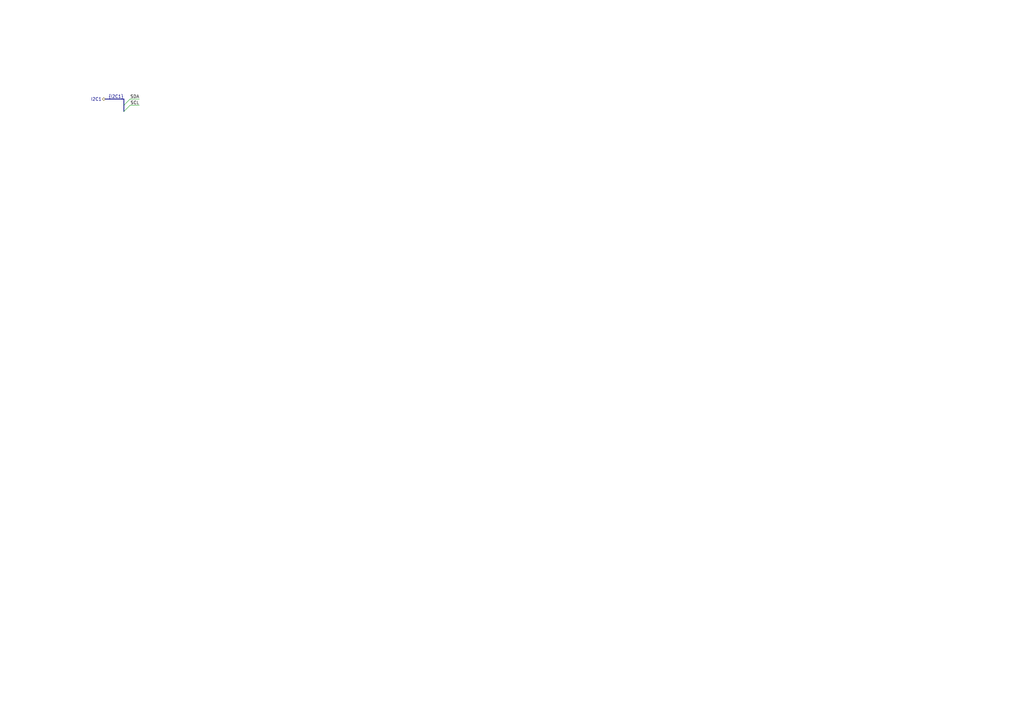
<source format=kicad_sch>
(kicad_sch (version 20230121) (generator eeschema)

  (uuid 3bacb8be-025e-4b73-9fc0-5eea16369287)

  (paper "A3")
  (lib_symbols)

  (bus_entry (at 50.8 43.18) (size 2.54 -2.54)
    (stroke (width 0) (type default))
    (uuid 7b1dd1a9-6397-49b3-a608-8cf0a40d3349)
  )
  (bus_entry (at 50.8 45.72) (size 2.54 -2.54)
    (stroke (width 0) (type default))
    (uuid e9c5dcfb-160f-4932-9dff-d09b12308fdf)
  )

  (bus_alias "I2C1" (members "SDA" "SCL"))

  (bus (pts (xy 43.18 40.64) (xy 50.8 40.64))
    (stroke (width 0) (type default))
    (uuid 3364877d-1304-4b2d-b124-05e3b4561c58)
  )
  (wire (pts (xy 53.34 40.64) (xy 57.15 40.64))
    (stroke (width 0) (type default))
    (uuid 3e4625eb-bceb-4d04-96f3-8b91c296838d)
  )
  (bus (pts (xy 50.8 43.18) (xy 50.8 45.72))
    (stroke (width 0) (type default))
    (uuid 4cb749a1-d04e-4dbb-a63b-5a2fdfc66726)
  )
  (wire (pts (xy 53.34 43.18) (xy 57.15 43.18))
    (stroke (width 0) (type default))
    (uuid b6fceacd-2caa-4616-9970-82a40e818e97)
  )
  (bus (pts (xy 50.8 43.18) (xy 50.8 40.64))
    (stroke (width 0) (type default))
    (uuid be925c55-cde2-48f6-9566-e43dea2ef20f)
  )

  (label "{I2C1}" (at 44.45 40.64 0) (fields_autoplaced)
    (effects (font (size 1.27 1.27)) (justify left bottom))
    (uuid 8176f7e6-6f74-43b9-abc9-0301cf74e4b1)
  )
  (label "SDA" (at 57.15 40.64 180) (fields_autoplaced)
    (effects (font (size 1.27 1.27)) (justify right bottom))
    (uuid d1f45e04-b5a5-459e-8585-4adbfe73eea8)
  )
  (label "SCL" (at 57.15 43.18 180) (fields_autoplaced)
    (effects (font (size 1.27 1.27)) (justify right bottom))
    (uuid fa80531a-f4ef-43b4-bdd1-46e824c3c472)
  )

  (hierarchical_label "I2C1" (shape bidirectional) (at 43.18 40.64 180) (fields_autoplaced)
    (effects (font (size 1.27 1.27)) (justify right))
    (uuid 122d342d-48cc-4170-9466-6ec3195b7f88)
  )
)

</source>
